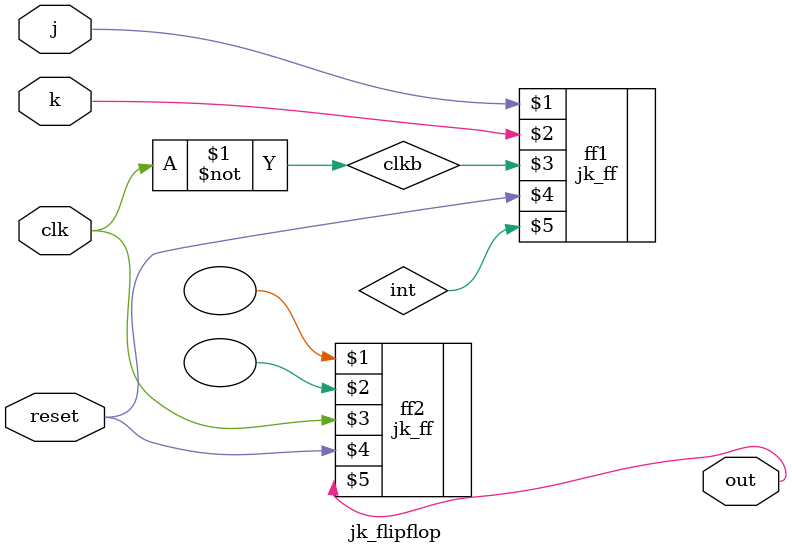
<source format=v>
module jk_flipflop(j,k,clk,reset,out);
input j,k,clk,reset;
output out;
wire int,clkb;
not n1(clkb,clk);
jk_ff ff1(j,k,clkb,reset,int);
jk_ff ff2(,,clk,reset,out);
endmodule

</source>
